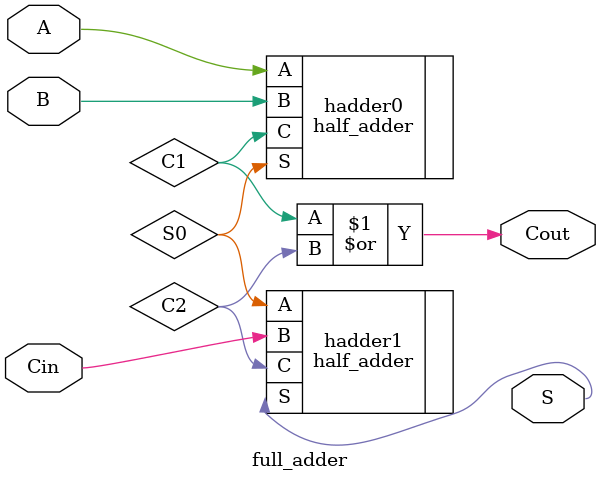
<source format=sv>
module full_adder (
    input  wire  Cin,
    input  logic A,
    input  logic B,
    output logic S,
    output logic Cout
);

  logic C1, C2;
  logic S0;

  half_adder hadder0 (
      .A(A),
      .B(B),
      .S(S0),
      .C(C1)
  );

  half_adder hadder1 (
      .A(S0),
      .B(Cin),
      .S(S),
      .C(C2)
  );


  or (Cout, C1, C2);

endmodule : full_adder

</source>
